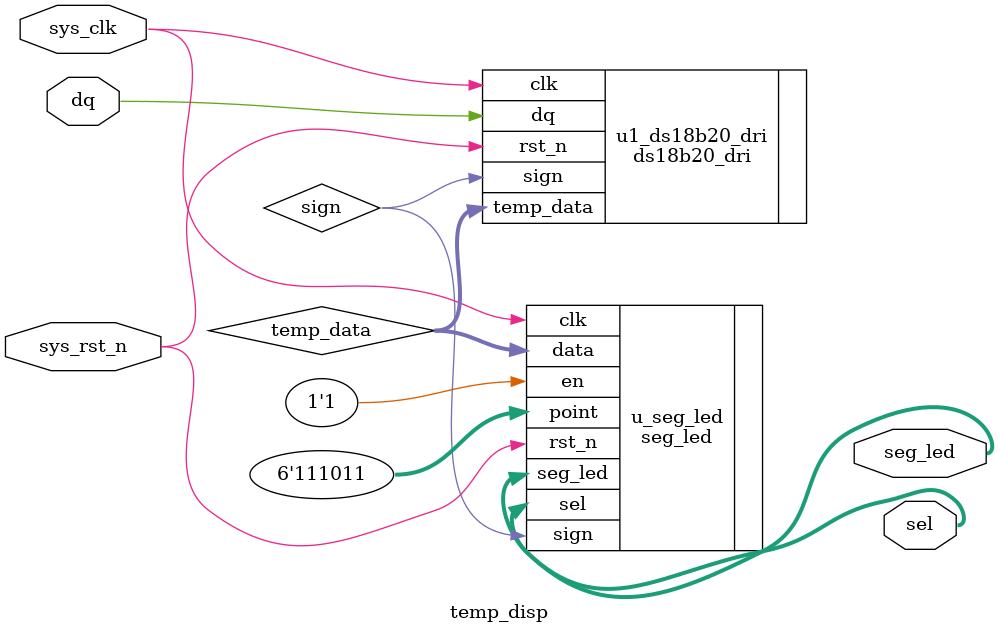
<source format=v>

module temp_disp(
    input            sys_clk     ,    //输入的系统时钟
    input            sys_rst_n   ,    //输入的复位信号
    inout            dq          ,    //ds18b20温度传感器单总线
    output  [5:0]    sel         ,    //输出数码管位选信号
    output  [7:0]    seg_led          //输出数码管段选信号
);

//parameter define
parameter POINT = 6'b111011;          // 数码管小数点的位置

//wire define
wire    [19:0]  temp_data;            // 温度数值
wire            sign;                 // 符号位

//*****************************************************
//**                    main code
//*****************************************************

//例化动态数码管驱动模块
seg_led u_seg_led(
    //module clock
    .clk           (sys_clk  ),       // 时钟信号
    .rst_n         (sys_rst_n),       // 复位信号
    //seg_led interface
    .sel           (sel      ),       // 位选
    .seg_led       (seg_led  ),       // 段选
    //user interface
    .data          (temp_data),       // 显示的数值
    .point         (POINT    ),       // 小数点具体显示的位置,从高到低,高电平有效
    .en            (1'b1     ),       // 数码管使能信号
    .sign          (sign     )        // 符号位（高电平显示“-”号）
);

//例化DS18B20驱动模块
ds18b20_dri u1_ds18b20_dri(
    //module clock
    .clk          (sys_clk  ),        // 时钟信号（50MHz）
    .rst_n        (sys_rst_n),        // 复位信号
    //user interface
    .dq           (dq       ),        // DS18B20的DQ引脚数据
    .temp_data    (temp_data),        // 转换后得到的温度值
    .sign         (sign     )         // 符号位
);

endmodule
</source>
